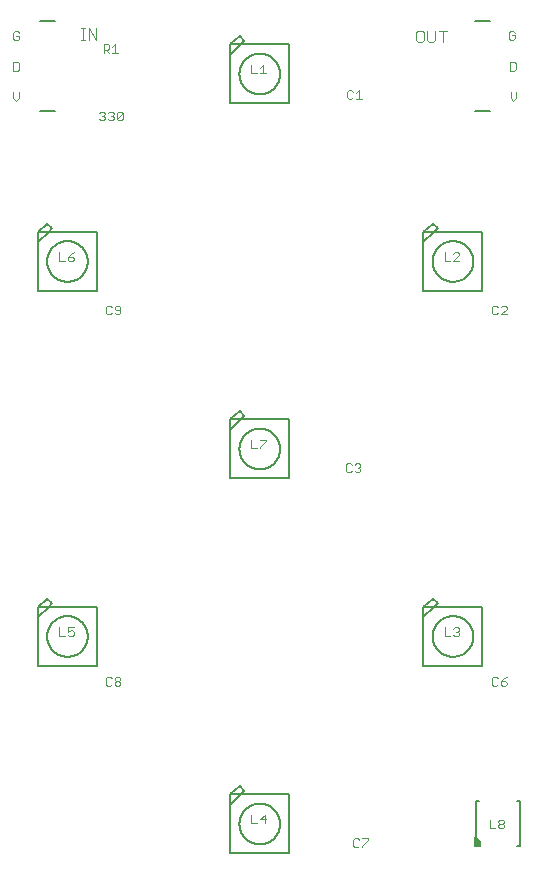
<source format=gto>
G75*
%MOIN*%
%OFA0B0*%
%FSLAX25Y25*%
%IPPOS*%
%LPD*%
%AMOC8*
5,1,8,0,0,1.08239X$1,22.5*
%
%ADD10C,0.00300*%
%ADD11C,0.00500*%
%ADD12C,0.00800*%
D10*
X0053851Y0092650D02*
X0053368Y0093134D01*
X0053368Y0095069D01*
X0053851Y0095552D01*
X0054819Y0095552D01*
X0055303Y0095069D01*
X0056314Y0095069D02*
X0056314Y0094585D01*
X0056798Y0094101D01*
X0057765Y0094101D01*
X0058249Y0093617D01*
X0058249Y0093134D01*
X0057765Y0092650D01*
X0056798Y0092650D01*
X0056314Y0093134D01*
X0056314Y0093617D01*
X0056798Y0094101D01*
X0057765Y0094101D02*
X0058249Y0094585D01*
X0058249Y0095069D01*
X0057765Y0095552D01*
X0056798Y0095552D01*
X0056314Y0095069D01*
X0055303Y0093134D02*
X0054819Y0092650D01*
X0053851Y0092650D01*
X0042201Y0109225D02*
X0041234Y0109225D01*
X0040750Y0109709D01*
X0040750Y0110676D02*
X0041717Y0111160D01*
X0042201Y0111160D01*
X0042685Y0110676D01*
X0042685Y0109709D01*
X0042201Y0109225D01*
X0040750Y0110676D02*
X0040750Y0112127D01*
X0042685Y0112127D01*
X0039738Y0109225D02*
X0037803Y0109225D01*
X0037803Y0112127D01*
X0101903Y0171725D02*
X0103838Y0171725D01*
X0104850Y0171725D02*
X0104850Y0172209D01*
X0106785Y0174144D01*
X0106785Y0174627D01*
X0104850Y0174627D01*
X0101903Y0174627D02*
X0101903Y0171725D01*
X0133368Y0166319D02*
X0133368Y0164384D01*
X0133851Y0163900D01*
X0134819Y0163900D01*
X0135303Y0164384D01*
X0136314Y0164384D02*
X0136798Y0163900D01*
X0137765Y0163900D01*
X0138249Y0164384D01*
X0138249Y0164867D01*
X0137765Y0165351D01*
X0137282Y0165351D01*
X0137765Y0165351D02*
X0138249Y0165835D01*
X0138249Y0166319D01*
X0137765Y0166802D01*
X0136798Y0166802D01*
X0136314Y0166319D01*
X0135303Y0166319D02*
X0134819Y0166802D01*
X0133851Y0166802D01*
X0133368Y0166319D01*
X0166303Y0112127D02*
X0166303Y0109225D01*
X0168238Y0109225D01*
X0169250Y0109709D02*
X0169734Y0109225D01*
X0170701Y0109225D01*
X0171185Y0109709D01*
X0171185Y0110192D01*
X0170701Y0110676D01*
X0170217Y0110676D01*
X0170701Y0110676D02*
X0171185Y0111160D01*
X0171185Y0111644D01*
X0170701Y0112127D01*
X0169734Y0112127D01*
X0169250Y0111644D01*
X0182601Y0095552D02*
X0182118Y0095069D01*
X0182118Y0093134D01*
X0182601Y0092650D01*
X0183569Y0092650D01*
X0184053Y0093134D01*
X0185064Y0093134D02*
X0185064Y0094101D01*
X0186515Y0094101D01*
X0186999Y0093617D01*
X0186999Y0093134D01*
X0186515Y0092650D01*
X0185548Y0092650D01*
X0185064Y0093134D01*
X0185064Y0094101D02*
X0186032Y0095069D01*
X0186999Y0095552D01*
X0184053Y0095069D02*
X0183569Y0095552D01*
X0182601Y0095552D01*
X0181294Y0048052D02*
X0181294Y0045150D01*
X0183229Y0045150D01*
X0184240Y0045634D02*
X0184240Y0046117D01*
X0184724Y0046601D01*
X0185691Y0046601D01*
X0186175Y0046117D01*
X0186175Y0045634D01*
X0185691Y0045150D01*
X0184724Y0045150D01*
X0184240Y0045634D01*
X0184724Y0046601D02*
X0184240Y0047085D01*
X0184240Y0047569D01*
X0184724Y0048052D01*
X0185691Y0048052D01*
X0186175Y0047569D01*
X0186175Y0047085D01*
X0185691Y0046601D01*
X0140749Y0041802D02*
X0140749Y0041319D01*
X0138814Y0039384D01*
X0138814Y0038900D01*
X0137803Y0039384D02*
X0137319Y0038900D01*
X0136351Y0038900D01*
X0135868Y0039384D01*
X0135868Y0041319D01*
X0136351Y0041802D01*
X0137319Y0041802D01*
X0137803Y0041319D01*
X0138814Y0041802D02*
X0140749Y0041802D01*
X0106785Y0048176D02*
X0104850Y0048176D01*
X0106301Y0049627D01*
X0106301Y0046725D01*
X0103838Y0046725D02*
X0101903Y0046725D01*
X0101903Y0049627D01*
X0057765Y0216400D02*
X0058249Y0216884D01*
X0058249Y0218819D01*
X0057765Y0219302D01*
X0056798Y0219302D01*
X0056314Y0218819D01*
X0056314Y0218335D01*
X0056798Y0217851D01*
X0058249Y0217851D01*
X0057765Y0216400D02*
X0056798Y0216400D01*
X0056314Y0216884D01*
X0055303Y0216884D02*
X0054819Y0216400D01*
X0053851Y0216400D01*
X0053368Y0216884D01*
X0053368Y0218819D01*
X0053851Y0219302D01*
X0054819Y0219302D01*
X0055303Y0218819D01*
X0042201Y0234225D02*
X0042685Y0234709D01*
X0042685Y0235192D01*
X0042201Y0235676D01*
X0040750Y0235676D01*
X0040750Y0234709D01*
X0041234Y0234225D01*
X0042201Y0234225D01*
X0040750Y0235676D02*
X0041717Y0236644D01*
X0042685Y0237127D01*
X0039738Y0234225D02*
X0037803Y0234225D01*
X0037803Y0237127D01*
X0051635Y0281121D02*
X0051151Y0281604D01*
X0051635Y0281121D02*
X0052602Y0281121D01*
X0053086Y0281604D01*
X0053086Y0282088D01*
X0052602Y0282572D01*
X0052118Y0282572D01*
X0052602Y0282572D02*
X0053086Y0283056D01*
X0053086Y0283539D01*
X0052602Y0284023D01*
X0051635Y0284023D01*
X0051151Y0283539D01*
X0054097Y0283539D02*
X0054581Y0284023D01*
X0055549Y0284023D01*
X0056032Y0283539D01*
X0056032Y0283056D01*
X0055549Y0282572D01*
X0056032Y0282088D01*
X0056032Y0281604D01*
X0055549Y0281121D01*
X0054581Y0281121D01*
X0054097Y0281604D01*
X0055065Y0282572D02*
X0055549Y0282572D01*
X0057044Y0283539D02*
X0057528Y0284023D01*
X0058495Y0284023D01*
X0058979Y0283539D01*
X0057044Y0281604D01*
X0057528Y0281121D01*
X0058495Y0281121D01*
X0058979Y0281604D01*
X0058979Y0283539D01*
X0057044Y0283539D02*
X0057044Y0281604D01*
X0057524Y0303721D02*
X0055589Y0303721D01*
X0056556Y0303721D02*
X0056556Y0306623D01*
X0055589Y0305656D01*
X0054577Y0306140D02*
X0054577Y0305172D01*
X0054094Y0304688D01*
X0052642Y0304688D01*
X0052642Y0303721D02*
X0052642Y0306623D01*
X0054094Y0306623D01*
X0054577Y0306140D01*
X0053610Y0304688D02*
X0054577Y0303721D01*
X0050230Y0307850D02*
X0050230Y0311753D01*
X0047628Y0311753D02*
X0047628Y0307850D01*
X0046351Y0307850D02*
X0045050Y0307850D01*
X0045701Y0307850D02*
X0045701Y0311753D01*
X0046351Y0311753D02*
X0045050Y0311753D01*
X0047628Y0311753D02*
X0050230Y0307850D01*
X0024538Y0308334D02*
X0024538Y0309301D01*
X0023571Y0309301D01*
X0024538Y0308334D02*
X0024055Y0307850D01*
X0023087Y0307850D01*
X0022603Y0308334D01*
X0022603Y0310269D01*
X0023087Y0310752D01*
X0024055Y0310752D01*
X0024538Y0310269D01*
X0023955Y0300602D02*
X0022503Y0300602D01*
X0022503Y0297700D01*
X0023955Y0297700D01*
X0024438Y0298184D01*
X0024438Y0300119D01*
X0023955Y0300602D01*
X0024488Y0290452D02*
X0024488Y0288517D01*
X0023521Y0287550D01*
X0022553Y0288517D01*
X0022553Y0290452D01*
X0101903Y0296725D02*
X0103838Y0296725D01*
X0104850Y0296725D02*
X0106785Y0296725D01*
X0105817Y0296725D02*
X0105817Y0299627D01*
X0104850Y0298660D01*
X0101903Y0299627D02*
X0101903Y0296725D01*
X0133818Y0290719D02*
X0133818Y0288784D01*
X0134301Y0288300D01*
X0135269Y0288300D01*
X0135753Y0288784D01*
X0136764Y0288300D02*
X0138699Y0288300D01*
X0137732Y0288300D02*
X0137732Y0291202D01*
X0136764Y0290235D01*
X0135753Y0290719D02*
X0135269Y0291202D01*
X0134301Y0291202D01*
X0133818Y0290719D01*
X0156698Y0307801D02*
X0157349Y0307150D01*
X0158650Y0307150D01*
X0159300Y0307801D01*
X0159300Y0310403D01*
X0158650Y0311053D01*
X0157349Y0311053D01*
X0156698Y0310403D01*
X0156698Y0307801D01*
X0160565Y0307801D02*
X0160565Y0311053D01*
X0160565Y0307801D02*
X0161216Y0307150D01*
X0162517Y0307150D01*
X0163168Y0307801D01*
X0163168Y0311053D01*
X0164433Y0311053D02*
X0167035Y0311053D01*
X0165734Y0311053D02*
X0165734Y0307150D01*
X0187700Y0308434D02*
X0188184Y0307950D01*
X0189151Y0307950D01*
X0189635Y0308434D01*
X0189635Y0309401D01*
X0188667Y0309401D01*
X0187700Y0308434D02*
X0187700Y0310369D01*
X0188184Y0310852D01*
X0189151Y0310852D01*
X0189635Y0310369D01*
X0189601Y0300602D02*
X0188150Y0300602D01*
X0188150Y0297700D01*
X0189601Y0297700D01*
X0190085Y0298184D01*
X0190085Y0300119D01*
X0189601Y0300602D01*
X0190235Y0290452D02*
X0190235Y0288517D01*
X0189267Y0287550D01*
X0188300Y0288517D01*
X0188300Y0290452D01*
X0170701Y0237127D02*
X0169734Y0237127D01*
X0169250Y0236644D01*
X0170701Y0237127D02*
X0171185Y0236644D01*
X0171185Y0236160D01*
X0169250Y0234225D01*
X0171185Y0234225D01*
X0168238Y0234225D02*
X0166303Y0234225D01*
X0166303Y0237127D01*
X0182601Y0219302D02*
X0182118Y0218819D01*
X0182118Y0216884D01*
X0182601Y0216400D01*
X0183569Y0216400D01*
X0184053Y0216884D01*
X0185064Y0216400D02*
X0186999Y0218335D01*
X0186999Y0218819D01*
X0186515Y0219302D01*
X0185548Y0219302D01*
X0185064Y0218819D01*
X0184053Y0218819D02*
X0183569Y0219302D01*
X0182601Y0219302D01*
X0185064Y0216400D02*
X0186999Y0216400D01*
D11*
X0178943Y0224257D02*
X0178943Y0243943D01*
X0162801Y0243943D01*
X0163982Y0245124D01*
X0162407Y0246698D01*
X0159257Y0243943D01*
X0162801Y0243943D01*
X0159257Y0240399D01*
X0159257Y0243943D01*
X0159257Y0240399D02*
X0159257Y0224257D01*
X0178943Y0224257D01*
X0162327Y0234100D02*
X0162329Y0234266D01*
X0162335Y0234432D01*
X0162345Y0234598D01*
X0162360Y0234764D01*
X0162378Y0234929D01*
X0162400Y0235094D01*
X0162427Y0235258D01*
X0162457Y0235421D01*
X0162492Y0235584D01*
X0162530Y0235746D01*
X0162572Y0235906D01*
X0162619Y0236066D01*
X0162669Y0236225D01*
X0162723Y0236382D01*
X0162781Y0236538D01*
X0162843Y0236692D01*
X0162908Y0236845D01*
X0162977Y0236996D01*
X0163050Y0237145D01*
X0163127Y0237293D01*
X0163207Y0237438D01*
X0163291Y0237582D01*
X0163378Y0237724D01*
X0163468Y0237863D01*
X0163562Y0238000D01*
X0163660Y0238135D01*
X0163761Y0238267D01*
X0163864Y0238397D01*
X0163971Y0238524D01*
X0164082Y0238648D01*
X0164195Y0238770D01*
X0164311Y0238889D01*
X0164430Y0239005D01*
X0164552Y0239118D01*
X0164676Y0239229D01*
X0164803Y0239336D01*
X0164933Y0239439D01*
X0165065Y0239540D01*
X0165200Y0239638D01*
X0165337Y0239732D01*
X0165476Y0239822D01*
X0165618Y0239909D01*
X0165762Y0239993D01*
X0165907Y0240073D01*
X0166055Y0240150D01*
X0166204Y0240223D01*
X0166355Y0240292D01*
X0166508Y0240357D01*
X0166662Y0240419D01*
X0166818Y0240477D01*
X0166975Y0240531D01*
X0167134Y0240581D01*
X0167294Y0240628D01*
X0167454Y0240670D01*
X0167616Y0240708D01*
X0167779Y0240743D01*
X0167942Y0240773D01*
X0168106Y0240800D01*
X0168271Y0240822D01*
X0168436Y0240840D01*
X0168602Y0240855D01*
X0168768Y0240865D01*
X0168934Y0240871D01*
X0169100Y0240873D01*
X0169266Y0240871D01*
X0169432Y0240865D01*
X0169598Y0240855D01*
X0169764Y0240840D01*
X0169929Y0240822D01*
X0170094Y0240800D01*
X0170258Y0240773D01*
X0170421Y0240743D01*
X0170584Y0240708D01*
X0170746Y0240670D01*
X0170906Y0240628D01*
X0171066Y0240581D01*
X0171225Y0240531D01*
X0171382Y0240477D01*
X0171538Y0240419D01*
X0171692Y0240357D01*
X0171845Y0240292D01*
X0171996Y0240223D01*
X0172145Y0240150D01*
X0172293Y0240073D01*
X0172438Y0239993D01*
X0172582Y0239909D01*
X0172724Y0239822D01*
X0172863Y0239732D01*
X0173000Y0239638D01*
X0173135Y0239540D01*
X0173267Y0239439D01*
X0173397Y0239336D01*
X0173524Y0239229D01*
X0173648Y0239118D01*
X0173770Y0239005D01*
X0173889Y0238889D01*
X0174005Y0238770D01*
X0174118Y0238648D01*
X0174229Y0238524D01*
X0174336Y0238397D01*
X0174439Y0238267D01*
X0174540Y0238135D01*
X0174638Y0238000D01*
X0174732Y0237863D01*
X0174822Y0237724D01*
X0174909Y0237582D01*
X0174993Y0237438D01*
X0175073Y0237293D01*
X0175150Y0237145D01*
X0175223Y0236996D01*
X0175292Y0236845D01*
X0175357Y0236692D01*
X0175419Y0236538D01*
X0175477Y0236382D01*
X0175531Y0236225D01*
X0175581Y0236066D01*
X0175628Y0235906D01*
X0175670Y0235746D01*
X0175708Y0235584D01*
X0175743Y0235421D01*
X0175773Y0235258D01*
X0175800Y0235094D01*
X0175822Y0234929D01*
X0175840Y0234764D01*
X0175855Y0234598D01*
X0175865Y0234432D01*
X0175871Y0234266D01*
X0175873Y0234100D01*
X0175871Y0233934D01*
X0175865Y0233768D01*
X0175855Y0233602D01*
X0175840Y0233436D01*
X0175822Y0233271D01*
X0175800Y0233106D01*
X0175773Y0232942D01*
X0175743Y0232779D01*
X0175708Y0232616D01*
X0175670Y0232454D01*
X0175628Y0232294D01*
X0175581Y0232134D01*
X0175531Y0231975D01*
X0175477Y0231818D01*
X0175419Y0231662D01*
X0175357Y0231508D01*
X0175292Y0231355D01*
X0175223Y0231204D01*
X0175150Y0231055D01*
X0175073Y0230907D01*
X0174993Y0230762D01*
X0174909Y0230618D01*
X0174822Y0230476D01*
X0174732Y0230337D01*
X0174638Y0230200D01*
X0174540Y0230065D01*
X0174439Y0229933D01*
X0174336Y0229803D01*
X0174229Y0229676D01*
X0174118Y0229552D01*
X0174005Y0229430D01*
X0173889Y0229311D01*
X0173770Y0229195D01*
X0173648Y0229082D01*
X0173524Y0228971D01*
X0173397Y0228864D01*
X0173267Y0228761D01*
X0173135Y0228660D01*
X0173000Y0228562D01*
X0172863Y0228468D01*
X0172724Y0228378D01*
X0172582Y0228291D01*
X0172438Y0228207D01*
X0172293Y0228127D01*
X0172145Y0228050D01*
X0171996Y0227977D01*
X0171845Y0227908D01*
X0171692Y0227843D01*
X0171538Y0227781D01*
X0171382Y0227723D01*
X0171225Y0227669D01*
X0171066Y0227619D01*
X0170906Y0227572D01*
X0170746Y0227530D01*
X0170584Y0227492D01*
X0170421Y0227457D01*
X0170258Y0227427D01*
X0170094Y0227400D01*
X0169929Y0227378D01*
X0169764Y0227360D01*
X0169598Y0227345D01*
X0169432Y0227335D01*
X0169266Y0227329D01*
X0169100Y0227327D01*
X0168934Y0227329D01*
X0168768Y0227335D01*
X0168602Y0227345D01*
X0168436Y0227360D01*
X0168271Y0227378D01*
X0168106Y0227400D01*
X0167942Y0227427D01*
X0167779Y0227457D01*
X0167616Y0227492D01*
X0167454Y0227530D01*
X0167294Y0227572D01*
X0167134Y0227619D01*
X0166975Y0227669D01*
X0166818Y0227723D01*
X0166662Y0227781D01*
X0166508Y0227843D01*
X0166355Y0227908D01*
X0166204Y0227977D01*
X0166055Y0228050D01*
X0165907Y0228127D01*
X0165762Y0228207D01*
X0165618Y0228291D01*
X0165476Y0228378D01*
X0165337Y0228468D01*
X0165200Y0228562D01*
X0165065Y0228660D01*
X0164933Y0228761D01*
X0164803Y0228864D01*
X0164676Y0228971D01*
X0164552Y0229082D01*
X0164430Y0229195D01*
X0164311Y0229311D01*
X0164195Y0229430D01*
X0164082Y0229552D01*
X0163971Y0229676D01*
X0163864Y0229803D01*
X0163761Y0229933D01*
X0163660Y0230065D01*
X0163562Y0230200D01*
X0163468Y0230337D01*
X0163378Y0230476D01*
X0163291Y0230618D01*
X0163207Y0230762D01*
X0163127Y0230907D01*
X0163050Y0231055D01*
X0162977Y0231204D01*
X0162908Y0231355D01*
X0162843Y0231508D01*
X0162781Y0231662D01*
X0162723Y0231818D01*
X0162669Y0231975D01*
X0162619Y0232134D01*
X0162572Y0232294D01*
X0162530Y0232454D01*
X0162492Y0232616D01*
X0162457Y0232779D01*
X0162427Y0232942D01*
X0162400Y0233106D01*
X0162378Y0233271D01*
X0162360Y0233436D01*
X0162345Y0233602D01*
X0162335Y0233768D01*
X0162329Y0233934D01*
X0162327Y0234100D01*
X0114543Y0181443D02*
X0114543Y0161757D01*
X0094857Y0161757D01*
X0094857Y0177899D01*
X0098401Y0181443D01*
X0099582Y0182624D01*
X0098007Y0184198D01*
X0094857Y0181443D01*
X0098401Y0181443D01*
X0114543Y0181443D01*
X0097927Y0171600D02*
X0097929Y0171766D01*
X0097935Y0171932D01*
X0097945Y0172098D01*
X0097960Y0172264D01*
X0097978Y0172429D01*
X0098000Y0172594D01*
X0098027Y0172758D01*
X0098057Y0172921D01*
X0098092Y0173084D01*
X0098130Y0173246D01*
X0098172Y0173406D01*
X0098219Y0173566D01*
X0098269Y0173725D01*
X0098323Y0173882D01*
X0098381Y0174038D01*
X0098443Y0174192D01*
X0098508Y0174345D01*
X0098577Y0174496D01*
X0098650Y0174645D01*
X0098727Y0174793D01*
X0098807Y0174938D01*
X0098891Y0175082D01*
X0098978Y0175224D01*
X0099068Y0175363D01*
X0099162Y0175500D01*
X0099260Y0175635D01*
X0099361Y0175767D01*
X0099464Y0175897D01*
X0099571Y0176024D01*
X0099682Y0176148D01*
X0099795Y0176270D01*
X0099911Y0176389D01*
X0100030Y0176505D01*
X0100152Y0176618D01*
X0100276Y0176729D01*
X0100403Y0176836D01*
X0100533Y0176939D01*
X0100665Y0177040D01*
X0100800Y0177138D01*
X0100937Y0177232D01*
X0101076Y0177322D01*
X0101218Y0177409D01*
X0101362Y0177493D01*
X0101507Y0177573D01*
X0101655Y0177650D01*
X0101804Y0177723D01*
X0101955Y0177792D01*
X0102108Y0177857D01*
X0102262Y0177919D01*
X0102418Y0177977D01*
X0102575Y0178031D01*
X0102734Y0178081D01*
X0102894Y0178128D01*
X0103054Y0178170D01*
X0103216Y0178208D01*
X0103379Y0178243D01*
X0103542Y0178273D01*
X0103706Y0178300D01*
X0103871Y0178322D01*
X0104036Y0178340D01*
X0104202Y0178355D01*
X0104368Y0178365D01*
X0104534Y0178371D01*
X0104700Y0178373D01*
X0104866Y0178371D01*
X0105032Y0178365D01*
X0105198Y0178355D01*
X0105364Y0178340D01*
X0105529Y0178322D01*
X0105694Y0178300D01*
X0105858Y0178273D01*
X0106021Y0178243D01*
X0106184Y0178208D01*
X0106346Y0178170D01*
X0106506Y0178128D01*
X0106666Y0178081D01*
X0106825Y0178031D01*
X0106982Y0177977D01*
X0107138Y0177919D01*
X0107292Y0177857D01*
X0107445Y0177792D01*
X0107596Y0177723D01*
X0107745Y0177650D01*
X0107893Y0177573D01*
X0108038Y0177493D01*
X0108182Y0177409D01*
X0108324Y0177322D01*
X0108463Y0177232D01*
X0108600Y0177138D01*
X0108735Y0177040D01*
X0108867Y0176939D01*
X0108997Y0176836D01*
X0109124Y0176729D01*
X0109248Y0176618D01*
X0109370Y0176505D01*
X0109489Y0176389D01*
X0109605Y0176270D01*
X0109718Y0176148D01*
X0109829Y0176024D01*
X0109936Y0175897D01*
X0110039Y0175767D01*
X0110140Y0175635D01*
X0110238Y0175500D01*
X0110332Y0175363D01*
X0110422Y0175224D01*
X0110509Y0175082D01*
X0110593Y0174938D01*
X0110673Y0174793D01*
X0110750Y0174645D01*
X0110823Y0174496D01*
X0110892Y0174345D01*
X0110957Y0174192D01*
X0111019Y0174038D01*
X0111077Y0173882D01*
X0111131Y0173725D01*
X0111181Y0173566D01*
X0111228Y0173406D01*
X0111270Y0173246D01*
X0111308Y0173084D01*
X0111343Y0172921D01*
X0111373Y0172758D01*
X0111400Y0172594D01*
X0111422Y0172429D01*
X0111440Y0172264D01*
X0111455Y0172098D01*
X0111465Y0171932D01*
X0111471Y0171766D01*
X0111473Y0171600D01*
X0111471Y0171434D01*
X0111465Y0171268D01*
X0111455Y0171102D01*
X0111440Y0170936D01*
X0111422Y0170771D01*
X0111400Y0170606D01*
X0111373Y0170442D01*
X0111343Y0170279D01*
X0111308Y0170116D01*
X0111270Y0169954D01*
X0111228Y0169794D01*
X0111181Y0169634D01*
X0111131Y0169475D01*
X0111077Y0169318D01*
X0111019Y0169162D01*
X0110957Y0169008D01*
X0110892Y0168855D01*
X0110823Y0168704D01*
X0110750Y0168555D01*
X0110673Y0168407D01*
X0110593Y0168262D01*
X0110509Y0168118D01*
X0110422Y0167976D01*
X0110332Y0167837D01*
X0110238Y0167700D01*
X0110140Y0167565D01*
X0110039Y0167433D01*
X0109936Y0167303D01*
X0109829Y0167176D01*
X0109718Y0167052D01*
X0109605Y0166930D01*
X0109489Y0166811D01*
X0109370Y0166695D01*
X0109248Y0166582D01*
X0109124Y0166471D01*
X0108997Y0166364D01*
X0108867Y0166261D01*
X0108735Y0166160D01*
X0108600Y0166062D01*
X0108463Y0165968D01*
X0108324Y0165878D01*
X0108182Y0165791D01*
X0108038Y0165707D01*
X0107893Y0165627D01*
X0107745Y0165550D01*
X0107596Y0165477D01*
X0107445Y0165408D01*
X0107292Y0165343D01*
X0107138Y0165281D01*
X0106982Y0165223D01*
X0106825Y0165169D01*
X0106666Y0165119D01*
X0106506Y0165072D01*
X0106346Y0165030D01*
X0106184Y0164992D01*
X0106021Y0164957D01*
X0105858Y0164927D01*
X0105694Y0164900D01*
X0105529Y0164878D01*
X0105364Y0164860D01*
X0105198Y0164845D01*
X0105032Y0164835D01*
X0104866Y0164829D01*
X0104700Y0164827D01*
X0104534Y0164829D01*
X0104368Y0164835D01*
X0104202Y0164845D01*
X0104036Y0164860D01*
X0103871Y0164878D01*
X0103706Y0164900D01*
X0103542Y0164927D01*
X0103379Y0164957D01*
X0103216Y0164992D01*
X0103054Y0165030D01*
X0102894Y0165072D01*
X0102734Y0165119D01*
X0102575Y0165169D01*
X0102418Y0165223D01*
X0102262Y0165281D01*
X0102108Y0165343D01*
X0101955Y0165408D01*
X0101804Y0165477D01*
X0101655Y0165550D01*
X0101507Y0165627D01*
X0101362Y0165707D01*
X0101218Y0165791D01*
X0101076Y0165878D01*
X0100937Y0165968D01*
X0100800Y0166062D01*
X0100665Y0166160D01*
X0100533Y0166261D01*
X0100403Y0166364D01*
X0100276Y0166471D01*
X0100152Y0166582D01*
X0100030Y0166695D01*
X0099911Y0166811D01*
X0099795Y0166930D01*
X0099682Y0167052D01*
X0099571Y0167176D01*
X0099464Y0167303D01*
X0099361Y0167433D01*
X0099260Y0167565D01*
X0099162Y0167700D01*
X0099068Y0167837D01*
X0098978Y0167976D01*
X0098891Y0168118D01*
X0098807Y0168262D01*
X0098727Y0168407D01*
X0098650Y0168555D01*
X0098577Y0168704D01*
X0098508Y0168855D01*
X0098443Y0169008D01*
X0098381Y0169162D01*
X0098323Y0169318D01*
X0098269Y0169475D01*
X0098219Y0169634D01*
X0098172Y0169794D01*
X0098130Y0169954D01*
X0098092Y0170116D01*
X0098057Y0170279D01*
X0098027Y0170442D01*
X0098000Y0170606D01*
X0097978Y0170771D01*
X0097960Y0170936D01*
X0097945Y0171102D01*
X0097935Y0171268D01*
X0097929Y0171434D01*
X0097927Y0171600D01*
X0094857Y0177899D02*
X0094857Y0181443D01*
X0050443Y0224257D02*
X0050443Y0243943D01*
X0034301Y0243943D01*
X0035482Y0245124D01*
X0033907Y0246698D01*
X0030757Y0243943D01*
X0034301Y0243943D01*
X0030757Y0240399D01*
X0030757Y0243943D01*
X0030757Y0240399D02*
X0030757Y0224257D01*
X0050443Y0224257D01*
X0033827Y0234100D02*
X0033829Y0234266D01*
X0033835Y0234432D01*
X0033845Y0234598D01*
X0033860Y0234764D01*
X0033878Y0234929D01*
X0033900Y0235094D01*
X0033927Y0235258D01*
X0033957Y0235421D01*
X0033992Y0235584D01*
X0034030Y0235746D01*
X0034072Y0235906D01*
X0034119Y0236066D01*
X0034169Y0236225D01*
X0034223Y0236382D01*
X0034281Y0236538D01*
X0034343Y0236692D01*
X0034408Y0236845D01*
X0034477Y0236996D01*
X0034550Y0237145D01*
X0034627Y0237293D01*
X0034707Y0237438D01*
X0034791Y0237582D01*
X0034878Y0237724D01*
X0034968Y0237863D01*
X0035062Y0238000D01*
X0035160Y0238135D01*
X0035261Y0238267D01*
X0035364Y0238397D01*
X0035471Y0238524D01*
X0035582Y0238648D01*
X0035695Y0238770D01*
X0035811Y0238889D01*
X0035930Y0239005D01*
X0036052Y0239118D01*
X0036176Y0239229D01*
X0036303Y0239336D01*
X0036433Y0239439D01*
X0036565Y0239540D01*
X0036700Y0239638D01*
X0036837Y0239732D01*
X0036976Y0239822D01*
X0037118Y0239909D01*
X0037262Y0239993D01*
X0037407Y0240073D01*
X0037555Y0240150D01*
X0037704Y0240223D01*
X0037855Y0240292D01*
X0038008Y0240357D01*
X0038162Y0240419D01*
X0038318Y0240477D01*
X0038475Y0240531D01*
X0038634Y0240581D01*
X0038794Y0240628D01*
X0038954Y0240670D01*
X0039116Y0240708D01*
X0039279Y0240743D01*
X0039442Y0240773D01*
X0039606Y0240800D01*
X0039771Y0240822D01*
X0039936Y0240840D01*
X0040102Y0240855D01*
X0040268Y0240865D01*
X0040434Y0240871D01*
X0040600Y0240873D01*
X0040766Y0240871D01*
X0040932Y0240865D01*
X0041098Y0240855D01*
X0041264Y0240840D01*
X0041429Y0240822D01*
X0041594Y0240800D01*
X0041758Y0240773D01*
X0041921Y0240743D01*
X0042084Y0240708D01*
X0042246Y0240670D01*
X0042406Y0240628D01*
X0042566Y0240581D01*
X0042725Y0240531D01*
X0042882Y0240477D01*
X0043038Y0240419D01*
X0043192Y0240357D01*
X0043345Y0240292D01*
X0043496Y0240223D01*
X0043645Y0240150D01*
X0043793Y0240073D01*
X0043938Y0239993D01*
X0044082Y0239909D01*
X0044224Y0239822D01*
X0044363Y0239732D01*
X0044500Y0239638D01*
X0044635Y0239540D01*
X0044767Y0239439D01*
X0044897Y0239336D01*
X0045024Y0239229D01*
X0045148Y0239118D01*
X0045270Y0239005D01*
X0045389Y0238889D01*
X0045505Y0238770D01*
X0045618Y0238648D01*
X0045729Y0238524D01*
X0045836Y0238397D01*
X0045939Y0238267D01*
X0046040Y0238135D01*
X0046138Y0238000D01*
X0046232Y0237863D01*
X0046322Y0237724D01*
X0046409Y0237582D01*
X0046493Y0237438D01*
X0046573Y0237293D01*
X0046650Y0237145D01*
X0046723Y0236996D01*
X0046792Y0236845D01*
X0046857Y0236692D01*
X0046919Y0236538D01*
X0046977Y0236382D01*
X0047031Y0236225D01*
X0047081Y0236066D01*
X0047128Y0235906D01*
X0047170Y0235746D01*
X0047208Y0235584D01*
X0047243Y0235421D01*
X0047273Y0235258D01*
X0047300Y0235094D01*
X0047322Y0234929D01*
X0047340Y0234764D01*
X0047355Y0234598D01*
X0047365Y0234432D01*
X0047371Y0234266D01*
X0047373Y0234100D01*
X0047371Y0233934D01*
X0047365Y0233768D01*
X0047355Y0233602D01*
X0047340Y0233436D01*
X0047322Y0233271D01*
X0047300Y0233106D01*
X0047273Y0232942D01*
X0047243Y0232779D01*
X0047208Y0232616D01*
X0047170Y0232454D01*
X0047128Y0232294D01*
X0047081Y0232134D01*
X0047031Y0231975D01*
X0046977Y0231818D01*
X0046919Y0231662D01*
X0046857Y0231508D01*
X0046792Y0231355D01*
X0046723Y0231204D01*
X0046650Y0231055D01*
X0046573Y0230907D01*
X0046493Y0230762D01*
X0046409Y0230618D01*
X0046322Y0230476D01*
X0046232Y0230337D01*
X0046138Y0230200D01*
X0046040Y0230065D01*
X0045939Y0229933D01*
X0045836Y0229803D01*
X0045729Y0229676D01*
X0045618Y0229552D01*
X0045505Y0229430D01*
X0045389Y0229311D01*
X0045270Y0229195D01*
X0045148Y0229082D01*
X0045024Y0228971D01*
X0044897Y0228864D01*
X0044767Y0228761D01*
X0044635Y0228660D01*
X0044500Y0228562D01*
X0044363Y0228468D01*
X0044224Y0228378D01*
X0044082Y0228291D01*
X0043938Y0228207D01*
X0043793Y0228127D01*
X0043645Y0228050D01*
X0043496Y0227977D01*
X0043345Y0227908D01*
X0043192Y0227843D01*
X0043038Y0227781D01*
X0042882Y0227723D01*
X0042725Y0227669D01*
X0042566Y0227619D01*
X0042406Y0227572D01*
X0042246Y0227530D01*
X0042084Y0227492D01*
X0041921Y0227457D01*
X0041758Y0227427D01*
X0041594Y0227400D01*
X0041429Y0227378D01*
X0041264Y0227360D01*
X0041098Y0227345D01*
X0040932Y0227335D01*
X0040766Y0227329D01*
X0040600Y0227327D01*
X0040434Y0227329D01*
X0040268Y0227335D01*
X0040102Y0227345D01*
X0039936Y0227360D01*
X0039771Y0227378D01*
X0039606Y0227400D01*
X0039442Y0227427D01*
X0039279Y0227457D01*
X0039116Y0227492D01*
X0038954Y0227530D01*
X0038794Y0227572D01*
X0038634Y0227619D01*
X0038475Y0227669D01*
X0038318Y0227723D01*
X0038162Y0227781D01*
X0038008Y0227843D01*
X0037855Y0227908D01*
X0037704Y0227977D01*
X0037555Y0228050D01*
X0037407Y0228127D01*
X0037262Y0228207D01*
X0037118Y0228291D01*
X0036976Y0228378D01*
X0036837Y0228468D01*
X0036700Y0228562D01*
X0036565Y0228660D01*
X0036433Y0228761D01*
X0036303Y0228864D01*
X0036176Y0228971D01*
X0036052Y0229082D01*
X0035930Y0229195D01*
X0035811Y0229311D01*
X0035695Y0229430D01*
X0035582Y0229552D01*
X0035471Y0229676D01*
X0035364Y0229803D01*
X0035261Y0229933D01*
X0035160Y0230065D01*
X0035062Y0230200D01*
X0034968Y0230337D01*
X0034878Y0230476D01*
X0034791Y0230618D01*
X0034707Y0230762D01*
X0034627Y0230907D01*
X0034550Y0231055D01*
X0034477Y0231204D01*
X0034408Y0231355D01*
X0034343Y0231508D01*
X0034281Y0231662D01*
X0034223Y0231818D01*
X0034169Y0231975D01*
X0034119Y0232134D01*
X0034072Y0232294D01*
X0034030Y0232454D01*
X0033992Y0232616D01*
X0033957Y0232779D01*
X0033927Y0232942D01*
X0033900Y0233106D01*
X0033878Y0233271D01*
X0033860Y0233436D01*
X0033845Y0233602D01*
X0033835Y0233768D01*
X0033829Y0233934D01*
X0033827Y0234100D01*
X0094857Y0286757D02*
X0094857Y0302899D01*
X0098401Y0306443D01*
X0099582Y0307624D01*
X0098007Y0309198D01*
X0094857Y0306443D01*
X0098401Y0306443D01*
X0114543Y0306443D01*
X0114543Y0286757D01*
X0094857Y0286757D01*
X0097927Y0296600D02*
X0097929Y0296766D01*
X0097935Y0296932D01*
X0097945Y0297098D01*
X0097960Y0297264D01*
X0097978Y0297429D01*
X0098000Y0297594D01*
X0098027Y0297758D01*
X0098057Y0297921D01*
X0098092Y0298084D01*
X0098130Y0298246D01*
X0098172Y0298406D01*
X0098219Y0298566D01*
X0098269Y0298725D01*
X0098323Y0298882D01*
X0098381Y0299038D01*
X0098443Y0299192D01*
X0098508Y0299345D01*
X0098577Y0299496D01*
X0098650Y0299645D01*
X0098727Y0299793D01*
X0098807Y0299938D01*
X0098891Y0300082D01*
X0098978Y0300224D01*
X0099068Y0300363D01*
X0099162Y0300500D01*
X0099260Y0300635D01*
X0099361Y0300767D01*
X0099464Y0300897D01*
X0099571Y0301024D01*
X0099682Y0301148D01*
X0099795Y0301270D01*
X0099911Y0301389D01*
X0100030Y0301505D01*
X0100152Y0301618D01*
X0100276Y0301729D01*
X0100403Y0301836D01*
X0100533Y0301939D01*
X0100665Y0302040D01*
X0100800Y0302138D01*
X0100937Y0302232D01*
X0101076Y0302322D01*
X0101218Y0302409D01*
X0101362Y0302493D01*
X0101507Y0302573D01*
X0101655Y0302650D01*
X0101804Y0302723D01*
X0101955Y0302792D01*
X0102108Y0302857D01*
X0102262Y0302919D01*
X0102418Y0302977D01*
X0102575Y0303031D01*
X0102734Y0303081D01*
X0102894Y0303128D01*
X0103054Y0303170D01*
X0103216Y0303208D01*
X0103379Y0303243D01*
X0103542Y0303273D01*
X0103706Y0303300D01*
X0103871Y0303322D01*
X0104036Y0303340D01*
X0104202Y0303355D01*
X0104368Y0303365D01*
X0104534Y0303371D01*
X0104700Y0303373D01*
X0104866Y0303371D01*
X0105032Y0303365D01*
X0105198Y0303355D01*
X0105364Y0303340D01*
X0105529Y0303322D01*
X0105694Y0303300D01*
X0105858Y0303273D01*
X0106021Y0303243D01*
X0106184Y0303208D01*
X0106346Y0303170D01*
X0106506Y0303128D01*
X0106666Y0303081D01*
X0106825Y0303031D01*
X0106982Y0302977D01*
X0107138Y0302919D01*
X0107292Y0302857D01*
X0107445Y0302792D01*
X0107596Y0302723D01*
X0107745Y0302650D01*
X0107893Y0302573D01*
X0108038Y0302493D01*
X0108182Y0302409D01*
X0108324Y0302322D01*
X0108463Y0302232D01*
X0108600Y0302138D01*
X0108735Y0302040D01*
X0108867Y0301939D01*
X0108997Y0301836D01*
X0109124Y0301729D01*
X0109248Y0301618D01*
X0109370Y0301505D01*
X0109489Y0301389D01*
X0109605Y0301270D01*
X0109718Y0301148D01*
X0109829Y0301024D01*
X0109936Y0300897D01*
X0110039Y0300767D01*
X0110140Y0300635D01*
X0110238Y0300500D01*
X0110332Y0300363D01*
X0110422Y0300224D01*
X0110509Y0300082D01*
X0110593Y0299938D01*
X0110673Y0299793D01*
X0110750Y0299645D01*
X0110823Y0299496D01*
X0110892Y0299345D01*
X0110957Y0299192D01*
X0111019Y0299038D01*
X0111077Y0298882D01*
X0111131Y0298725D01*
X0111181Y0298566D01*
X0111228Y0298406D01*
X0111270Y0298246D01*
X0111308Y0298084D01*
X0111343Y0297921D01*
X0111373Y0297758D01*
X0111400Y0297594D01*
X0111422Y0297429D01*
X0111440Y0297264D01*
X0111455Y0297098D01*
X0111465Y0296932D01*
X0111471Y0296766D01*
X0111473Y0296600D01*
X0111471Y0296434D01*
X0111465Y0296268D01*
X0111455Y0296102D01*
X0111440Y0295936D01*
X0111422Y0295771D01*
X0111400Y0295606D01*
X0111373Y0295442D01*
X0111343Y0295279D01*
X0111308Y0295116D01*
X0111270Y0294954D01*
X0111228Y0294794D01*
X0111181Y0294634D01*
X0111131Y0294475D01*
X0111077Y0294318D01*
X0111019Y0294162D01*
X0110957Y0294008D01*
X0110892Y0293855D01*
X0110823Y0293704D01*
X0110750Y0293555D01*
X0110673Y0293407D01*
X0110593Y0293262D01*
X0110509Y0293118D01*
X0110422Y0292976D01*
X0110332Y0292837D01*
X0110238Y0292700D01*
X0110140Y0292565D01*
X0110039Y0292433D01*
X0109936Y0292303D01*
X0109829Y0292176D01*
X0109718Y0292052D01*
X0109605Y0291930D01*
X0109489Y0291811D01*
X0109370Y0291695D01*
X0109248Y0291582D01*
X0109124Y0291471D01*
X0108997Y0291364D01*
X0108867Y0291261D01*
X0108735Y0291160D01*
X0108600Y0291062D01*
X0108463Y0290968D01*
X0108324Y0290878D01*
X0108182Y0290791D01*
X0108038Y0290707D01*
X0107893Y0290627D01*
X0107745Y0290550D01*
X0107596Y0290477D01*
X0107445Y0290408D01*
X0107292Y0290343D01*
X0107138Y0290281D01*
X0106982Y0290223D01*
X0106825Y0290169D01*
X0106666Y0290119D01*
X0106506Y0290072D01*
X0106346Y0290030D01*
X0106184Y0289992D01*
X0106021Y0289957D01*
X0105858Y0289927D01*
X0105694Y0289900D01*
X0105529Y0289878D01*
X0105364Y0289860D01*
X0105198Y0289845D01*
X0105032Y0289835D01*
X0104866Y0289829D01*
X0104700Y0289827D01*
X0104534Y0289829D01*
X0104368Y0289835D01*
X0104202Y0289845D01*
X0104036Y0289860D01*
X0103871Y0289878D01*
X0103706Y0289900D01*
X0103542Y0289927D01*
X0103379Y0289957D01*
X0103216Y0289992D01*
X0103054Y0290030D01*
X0102894Y0290072D01*
X0102734Y0290119D01*
X0102575Y0290169D01*
X0102418Y0290223D01*
X0102262Y0290281D01*
X0102108Y0290343D01*
X0101955Y0290408D01*
X0101804Y0290477D01*
X0101655Y0290550D01*
X0101507Y0290627D01*
X0101362Y0290707D01*
X0101218Y0290791D01*
X0101076Y0290878D01*
X0100937Y0290968D01*
X0100800Y0291062D01*
X0100665Y0291160D01*
X0100533Y0291261D01*
X0100403Y0291364D01*
X0100276Y0291471D01*
X0100152Y0291582D01*
X0100030Y0291695D01*
X0099911Y0291811D01*
X0099795Y0291930D01*
X0099682Y0292052D01*
X0099571Y0292176D01*
X0099464Y0292303D01*
X0099361Y0292433D01*
X0099260Y0292565D01*
X0099162Y0292700D01*
X0099068Y0292837D01*
X0098978Y0292976D01*
X0098891Y0293118D01*
X0098807Y0293262D01*
X0098727Y0293407D01*
X0098650Y0293555D01*
X0098577Y0293704D01*
X0098508Y0293855D01*
X0098443Y0294008D01*
X0098381Y0294162D01*
X0098323Y0294318D01*
X0098269Y0294475D01*
X0098219Y0294634D01*
X0098172Y0294794D01*
X0098130Y0294954D01*
X0098092Y0295116D01*
X0098057Y0295279D01*
X0098027Y0295442D01*
X0098000Y0295606D01*
X0097978Y0295771D01*
X0097960Y0295936D01*
X0097945Y0296102D01*
X0097935Y0296268D01*
X0097929Y0296434D01*
X0097927Y0296600D01*
X0094857Y0302899D02*
X0094857Y0306443D01*
X0033907Y0121698D02*
X0030757Y0118943D01*
X0034301Y0118943D01*
X0035482Y0120124D01*
X0033907Y0121698D01*
X0034301Y0118943D02*
X0030757Y0115399D01*
X0030757Y0118943D01*
X0030757Y0115399D02*
X0030757Y0099257D01*
X0050443Y0099257D01*
X0050443Y0118943D01*
X0034301Y0118943D01*
X0033827Y0109100D02*
X0033829Y0109266D01*
X0033835Y0109432D01*
X0033845Y0109598D01*
X0033860Y0109764D01*
X0033878Y0109929D01*
X0033900Y0110094D01*
X0033927Y0110258D01*
X0033957Y0110421D01*
X0033992Y0110584D01*
X0034030Y0110746D01*
X0034072Y0110906D01*
X0034119Y0111066D01*
X0034169Y0111225D01*
X0034223Y0111382D01*
X0034281Y0111538D01*
X0034343Y0111692D01*
X0034408Y0111845D01*
X0034477Y0111996D01*
X0034550Y0112145D01*
X0034627Y0112293D01*
X0034707Y0112438D01*
X0034791Y0112582D01*
X0034878Y0112724D01*
X0034968Y0112863D01*
X0035062Y0113000D01*
X0035160Y0113135D01*
X0035261Y0113267D01*
X0035364Y0113397D01*
X0035471Y0113524D01*
X0035582Y0113648D01*
X0035695Y0113770D01*
X0035811Y0113889D01*
X0035930Y0114005D01*
X0036052Y0114118D01*
X0036176Y0114229D01*
X0036303Y0114336D01*
X0036433Y0114439D01*
X0036565Y0114540D01*
X0036700Y0114638D01*
X0036837Y0114732D01*
X0036976Y0114822D01*
X0037118Y0114909D01*
X0037262Y0114993D01*
X0037407Y0115073D01*
X0037555Y0115150D01*
X0037704Y0115223D01*
X0037855Y0115292D01*
X0038008Y0115357D01*
X0038162Y0115419D01*
X0038318Y0115477D01*
X0038475Y0115531D01*
X0038634Y0115581D01*
X0038794Y0115628D01*
X0038954Y0115670D01*
X0039116Y0115708D01*
X0039279Y0115743D01*
X0039442Y0115773D01*
X0039606Y0115800D01*
X0039771Y0115822D01*
X0039936Y0115840D01*
X0040102Y0115855D01*
X0040268Y0115865D01*
X0040434Y0115871D01*
X0040600Y0115873D01*
X0040766Y0115871D01*
X0040932Y0115865D01*
X0041098Y0115855D01*
X0041264Y0115840D01*
X0041429Y0115822D01*
X0041594Y0115800D01*
X0041758Y0115773D01*
X0041921Y0115743D01*
X0042084Y0115708D01*
X0042246Y0115670D01*
X0042406Y0115628D01*
X0042566Y0115581D01*
X0042725Y0115531D01*
X0042882Y0115477D01*
X0043038Y0115419D01*
X0043192Y0115357D01*
X0043345Y0115292D01*
X0043496Y0115223D01*
X0043645Y0115150D01*
X0043793Y0115073D01*
X0043938Y0114993D01*
X0044082Y0114909D01*
X0044224Y0114822D01*
X0044363Y0114732D01*
X0044500Y0114638D01*
X0044635Y0114540D01*
X0044767Y0114439D01*
X0044897Y0114336D01*
X0045024Y0114229D01*
X0045148Y0114118D01*
X0045270Y0114005D01*
X0045389Y0113889D01*
X0045505Y0113770D01*
X0045618Y0113648D01*
X0045729Y0113524D01*
X0045836Y0113397D01*
X0045939Y0113267D01*
X0046040Y0113135D01*
X0046138Y0113000D01*
X0046232Y0112863D01*
X0046322Y0112724D01*
X0046409Y0112582D01*
X0046493Y0112438D01*
X0046573Y0112293D01*
X0046650Y0112145D01*
X0046723Y0111996D01*
X0046792Y0111845D01*
X0046857Y0111692D01*
X0046919Y0111538D01*
X0046977Y0111382D01*
X0047031Y0111225D01*
X0047081Y0111066D01*
X0047128Y0110906D01*
X0047170Y0110746D01*
X0047208Y0110584D01*
X0047243Y0110421D01*
X0047273Y0110258D01*
X0047300Y0110094D01*
X0047322Y0109929D01*
X0047340Y0109764D01*
X0047355Y0109598D01*
X0047365Y0109432D01*
X0047371Y0109266D01*
X0047373Y0109100D01*
X0047371Y0108934D01*
X0047365Y0108768D01*
X0047355Y0108602D01*
X0047340Y0108436D01*
X0047322Y0108271D01*
X0047300Y0108106D01*
X0047273Y0107942D01*
X0047243Y0107779D01*
X0047208Y0107616D01*
X0047170Y0107454D01*
X0047128Y0107294D01*
X0047081Y0107134D01*
X0047031Y0106975D01*
X0046977Y0106818D01*
X0046919Y0106662D01*
X0046857Y0106508D01*
X0046792Y0106355D01*
X0046723Y0106204D01*
X0046650Y0106055D01*
X0046573Y0105907D01*
X0046493Y0105762D01*
X0046409Y0105618D01*
X0046322Y0105476D01*
X0046232Y0105337D01*
X0046138Y0105200D01*
X0046040Y0105065D01*
X0045939Y0104933D01*
X0045836Y0104803D01*
X0045729Y0104676D01*
X0045618Y0104552D01*
X0045505Y0104430D01*
X0045389Y0104311D01*
X0045270Y0104195D01*
X0045148Y0104082D01*
X0045024Y0103971D01*
X0044897Y0103864D01*
X0044767Y0103761D01*
X0044635Y0103660D01*
X0044500Y0103562D01*
X0044363Y0103468D01*
X0044224Y0103378D01*
X0044082Y0103291D01*
X0043938Y0103207D01*
X0043793Y0103127D01*
X0043645Y0103050D01*
X0043496Y0102977D01*
X0043345Y0102908D01*
X0043192Y0102843D01*
X0043038Y0102781D01*
X0042882Y0102723D01*
X0042725Y0102669D01*
X0042566Y0102619D01*
X0042406Y0102572D01*
X0042246Y0102530D01*
X0042084Y0102492D01*
X0041921Y0102457D01*
X0041758Y0102427D01*
X0041594Y0102400D01*
X0041429Y0102378D01*
X0041264Y0102360D01*
X0041098Y0102345D01*
X0040932Y0102335D01*
X0040766Y0102329D01*
X0040600Y0102327D01*
X0040434Y0102329D01*
X0040268Y0102335D01*
X0040102Y0102345D01*
X0039936Y0102360D01*
X0039771Y0102378D01*
X0039606Y0102400D01*
X0039442Y0102427D01*
X0039279Y0102457D01*
X0039116Y0102492D01*
X0038954Y0102530D01*
X0038794Y0102572D01*
X0038634Y0102619D01*
X0038475Y0102669D01*
X0038318Y0102723D01*
X0038162Y0102781D01*
X0038008Y0102843D01*
X0037855Y0102908D01*
X0037704Y0102977D01*
X0037555Y0103050D01*
X0037407Y0103127D01*
X0037262Y0103207D01*
X0037118Y0103291D01*
X0036976Y0103378D01*
X0036837Y0103468D01*
X0036700Y0103562D01*
X0036565Y0103660D01*
X0036433Y0103761D01*
X0036303Y0103864D01*
X0036176Y0103971D01*
X0036052Y0104082D01*
X0035930Y0104195D01*
X0035811Y0104311D01*
X0035695Y0104430D01*
X0035582Y0104552D01*
X0035471Y0104676D01*
X0035364Y0104803D01*
X0035261Y0104933D01*
X0035160Y0105065D01*
X0035062Y0105200D01*
X0034968Y0105337D01*
X0034878Y0105476D01*
X0034791Y0105618D01*
X0034707Y0105762D01*
X0034627Y0105907D01*
X0034550Y0106055D01*
X0034477Y0106204D01*
X0034408Y0106355D01*
X0034343Y0106508D01*
X0034281Y0106662D01*
X0034223Y0106818D01*
X0034169Y0106975D01*
X0034119Y0107134D01*
X0034072Y0107294D01*
X0034030Y0107454D01*
X0033992Y0107616D01*
X0033957Y0107779D01*
X0033927Y0107942D01*
X0033900Y0108106D01*
X0033878Y0108271D01*
X0033860Y0108436D01*
X0033845Y0108602D01*
X0033835Y0108768D01*
X0033829Y0108934D01*
X0033827Y0109100D01*
X0094857Y0056443D02*
X0094857Y0052899D01*
X0098401Y0056443D01*
X0099582Y0057624D01*
X0098007Y0059198D01*
X0094857Y0056443D01*
X0098401Y0056443D01*
X0114543Y0056443D01*
X0114543Y0036757D01*
X0094857Y0036757D01*
X0094857Y0052899D01*
X0097927Y0046600D02*
X0097929Y0046766D01*
X0097935Y0046932D01*
X0097945Y0047098D01*
X0097960Y0047264D01*
X0097978Y0047429D01*
X0098000Y0047594D01*
X0098027Y0047758D01*
X0098057Y0047921D01*
X0098092Y0048084D01*
X0098130Y0048246D01*
X0098172Y0048406D01*
X0098219Y0048566D01*
X0098269Y0048725D01*
X0098323Y0048882D01*
X0098381Y0049038D01*
X0098443Y0049192D01*
X0098508Y0049345D01*
X0098577Y0049496D01*
X0098650Y0049645D01*
X0098727Y0049793D01*
X0098807Y0049938D01*
X0098891Y0050082D01*
X0098978Y0050224D01*
X0099068Y0050363D01*
X0099162Y0050500D01*
X0099260Y0050635D01*
X0099361Y0050767D01*
X0099464Y0050897D01*
X0099571Y0051024D01*
X0099682Y0051148D01*
X0099795Y0051270D01*
X0099911Y0051389D01*
X0100030Y0051505D01*
X0100152Y0051618D01*
X0100276Y0051729D01*
X0100403Y0051836D01*
X0100533Y0051939D01*
X0100665Y0052040D01*
X0100800Y0052138D01*
X0100937Y0052232D01*
X0101076Y0052322D01*
X0101218Y0052409D01*
X0101362Y0052493D01*
X0101507Y0052573D01*
X0101655Y0052650D01*
X0101804Y0052723D01*
X0101955Y0052792D01*
X0102108Y0052857D01*
X0102262Y0052919D01*
X0102418Y0052977D01*
X0102575Y0053031D01*
X0102734Y0053081D01*
X0102894Y0053128D01*
X0103054Y0053170D01*
X0103216Y0053208D01*
X0103379Y0053243D01*
X0103542Y0053273D01*
X0103706Y0053300D01*
X0103871Y0053322D01*
X0104036Y0053340D01*
X0104202Y0053355D01*
X0104368Y0053365D01*
X0104534Y0053371D01*
X0104700Y0053373D01*
X0104866Y0053371D01*
X0105032Y0053365D01*
X0105198Y0053355D01*
X0105364Y0053340D01*
X0105529Y0053322D01*
X0105694Y0053300D01*
X0105858Y0053273D01*
X0106021Y0053243D01*
X0106184Y0053208D01*
X0106346Y0053170D01*
X0106506Y0053128D01*
X0106666Y0053081D01*
X0106825Y0053031D01*
X0106982Y0052977D01*
X0107138Y0052919D01*
X0107292Y0052857D01*
X0107445Y0052792D01*
X0107596Y0052723D01*
X0107745Y0052650D01*
X0107893Y0052573D01*
X0108038Y0052493D01*
X0108182Y0052409D01*
X0108324Y0052322D01*
X0108463Y0052232D01*
X0108600Y0052138D01*
X0108735Y0052040D01*
X0108867Y0051939D01*
X0108997Y0051836D01*
X0109124Y0051729D01*
X0109248Y0051618D01*
X0109370Y0051505D01*
X0109489Y0051389D01*
X0109605Y0051270D01*
X0109718Y0051148D01*
X0109829Y0051024D01*
X0109936Y0050897D01*
X0110039Y0050767D01*
X0110140Y0050635D01*
X0110238Y0050500D01*
X0110332Y0050363D01*
X0110422Y0050224D01*
X0110509Y0050082D01*
X0110593Y0049938D01*
X0110673Y0049793D01*
X0110750Y0049645D01*
X0110823Y0049496D01*
X0110892Y0049345D01*
X0110957Y0049192D01*
X0111019Y0049038D01*
X0111077Y0048882D01*
X0111131Y0048725D01*
X0111181Y0048566D01*
X0111228Y0048406D01*
X0111270Y0048246D01*
X0111308Y0048084D01*
X0111343Y0047921D01*
X0111373Y0047758D01*
X0111400Y0047594D01*
X0111422Y0047429D01*
X0111440Y0047264D01*
X0111455Y0047098D01*
X0111465Y0046932D01*
X0111471Y0046766D01*
X0111473Y0046600D01*
X0111471Y0046434D01*
X0111465Y0046268D01*
X0111455Y0046102D01*
X0111440Y0045936D01*
X0111422Y0045771D01*
X0111400Y0045606D01*
X0111373Y0045442D01*
X0111343Y0045279D01*
X0111308Y0045116D01*
X0111270Y0044954D01*
X0111228Y0044794D01*
X0111181Y0044634D01*
X0111131Y0044475D01*
X0111077Y0044318D01*
X0111019Y0044162D01*
X0110957Y0044008D01*
X0110892Y0043855D01*
X0110823Y0043704D01*
X0110750Y0043555D01*
X0110673Y0043407D01*
X0110593Y0043262D01*
X0110509Y0043118D01*
X0110422Y0042976D01*
X0110332Y0042837D01*
X0110238Y0042700D01*
X0110140Y0042565D01*
X0110039Y0042433D01*
X0109936Y0042303D01*
X0109829Y0042176D01*
X0109718Y0042052D01*
X0109605Y0041930D01*
X0109489Y0041811D01*
X0109370Y0041695D01*
X0109248Y0041582D01*
X0109124Y0041471D01*
X0108997Y0041364D01*
X0108867Y0041261D01*
X0108735Y0041160D01*
X0108600Y0041062D01*
X0108463Y0040968D01*
X0108324Y0040878D01*
X0108182Y0040791D01*
X0108038Y0040707D01*
X0107893Y0040627D01*
X0107745Y0040550D01*
X0107596Y0040477D01*
X0107445Y0040408D01*
X0107292Y0040343D01*
X0107138Y0040281D01*
X0106982Y0040223D01*
X0106825Y0040169D01*
X0106666Y0040119D01*
X0106506Y0040072D01*
X0106346Y0040030D01*
X0106184Y0039992D01*
X0106021Y0039957D01*
X0105858Y0039927D01*
X0105694Y0039900D01*
X0105529Y0039878D01*
X0105364Y0039860D01*
X0105198Y0039845D01*
X0105032Y0039835D01*
X0104866Y0039829D01*
X0104700Y0039827D01*
X0104534Y0039829D01*
X0104368Y0039835D01*
X0104202Y0039845D01*
X0104036Y0039860D01*
X0103871Y0039878D01*
X0103706Y0039900D01*
X0103542Y0039927D01*
X0103379Y0039957D01*
X0103216Y0039992D01*
X0103054Y0040030D01*
X0102894Y0040072D01*
X0102734Y0040119D01*
X0102575Y0040169D01*
X0102418Y0040223D01*
X0102262Y0040281D01*
X0102108Y0040343D01*
X0101955Y0040408D01*
X0101804Y0040477D01*
X0101655Y0040550D01*
X0101507Y0040627D01*
X0101362Y0040707D01*
X0101218Y0040791D01*
X0101076Y0040878D01*
X0100937Y0040968D01*
X0100800Y0041062D01*
X0100665Y0041160D01*
X0100533Y0041261D01*
X0100403Y0041364D01*
X0100276Y0041471D01*
X0100152Y0041582D01*
X0100030Y0041695D01*
X0099911Y0041811D01*
X0099795Y0041930D01*
X0099682Y0042052D01*
X0099571Y0042176D01*
X0099464Y0042303D01*
X0099361Y0042433D01*
X0099260Y0042565D01*
X0099162Y0042700D01*
X0099068Y0042837D01*
X0098978Y0042976D01*
X0098891Y0043118D01*
X0098807Y0043262D01*
X0098727Y0043407D01*
X0098650Y0043555D01*
X0098577Y0043704D01*
X0098508Y0043855D01*
X0098443Y0044008D01*
X0098381Y0044162D01*
X0098323Y0044318D01*
X0098269Y0044475D01*
X0098219Y0044634D01*
X0098172Y0044794D01*
X0098130Y0044954D01*
X0098092Y0045116D01*
X0098057Y0045279D01*
X0098027Y0045442D01*
X0098000Y0045606D01*
X0097978Y0045771D01*
X0097960Y0045936D01*
X0097945Y0046102D01*
X0097935Y0046268D01*
X0097929Y0046434D01*
X0097927Y0046600D01*
X0159257Y0099257D02*
X0159257Y0115399D01*
X0162801Y0118943D01*
X0163982Y0120124D01*
X0162407Y0121698D01*
X0159257Y0118943D01*
X0162801Y0118943D01*
X0178943Y0118943D01*
X0178943Y0099257D01*
X0159257Y0099257D01*
X0162327Y0109100D02*
X0162329Y0109266D01*
X0162335Y0109432D01*
X0162345Y0109598D01*
X0162360Y0109764D01*
X0162378Y0109929D01*
X0162400Y0110094D01*
X0162427Y0110258D01*
X0162457Y0110421D01*
X0162492Y0110584D01*
X0162530Y0110746D01*
X0162572Y0110906D01*
X0162619Y0111066D01*
X0162669Y0111225D01*
X0162723Y0111382D01*
X0162781Y0111538D01*
X0162843Y0111692D01*
X0162908Y0111845D01*
X0162977Y0111996D01*
X0163050Y0112145D01*
X0163127Y0112293D01*
X0163207Y0112438D01*
X0163291Y0112582D01*
X0163378Y0112724D01*
X0163468Y0112863D01*
X0163562Y0113000D01*
X0163660Y0113135D01*
X0163761Y0113267D01*
X0163864Y0113397D01*
X0163971Y0113524D01*
X0164082Y0113648D01*
X0164195Y0113770D01*
X0164311Y0113889D01*
X0164430Y0114005D01*
X0164552Y0114118D01*
X0164676Y0114229D01*
X0164803Y0114336D01*
X0164933Y0114439D01*
X0165065Y0114540D01*
X0165200Y0114638D01*
X0165337Y0114732D01*
X0165476Y0114822D01*
X0165618Y0114909D01*
X0165762Y0114993D01*
X0165907Y0115073D01*
X0166055Y0115150D01*
X0166204Y0115223D01*
X0166355Y0115292D01*
X0166508Y0115357D01*
X0166662Y0115419D01*
X0166818Y0115477D01*
X0166975Y0115531D01*
X0167134Y0115581D01*
X0167294Y0115628D01*
X0167454Y0115670D01*
X0167616Y0115708D01*
X0167779Y0115743D01*
X0167942Y0115773D01*
X0168106Y0115800D01*
X0168271Y0115822D01*
X0168436Y0115840D01*
X0168602Y0115855D01*
X0168768Y0115865D01*
X0168934Y0115871D01*
X0169100Y0115873D01*
X0169266Y0115871D01*
X0169432Y0115865D01*
X0169598Y0115855D01*
X0169764Y0115840D01*
X0169929Y0115822D01*
X0170094Y0115800D01*
X0170258Y0115773D01*
X0170421Y0115743D01*
X0170584Y0115708D01*
X0170746Y0115670D01*
X0170906Y0115628D01*
X0171066Y0115581D01*
X0171225Y0115531D01*
X0171382Y0115477D01*
X0171538Y0115419D01*
X0171692Y0115357D01*
X0171845Y0115292D01*
X0171996Y0115223D01*
X0172145Y0115150D01*
X0172293Y0115073D01*
X0172438Y0114993D01*
X0172582Y0114909D01*
X0172724Y0114822D01*
X0172863Y0114732D01*
X0173000Y0114638D01*
X0173135Y0114540D01*
X0173267Y0114439D01*
X0173397Y0114336D01*
X0173524Y0114229D01*
X0173648Y0114118D01*
X0173770Y0114005D01*
X0173889Y0113889D01*
X0174005Y0113770D01*
X0174118Y0113648D01*
X0174229Y0113524D01*
X0174336Y0113397D01*
X0174439Y0113267D01*
X0174540Y0113135D01*
X0174638Y0113000D01*
X0174732Y0112863D01*
X0174822Y0112724D01*
X0174909Y0112582D01*
X0174993Y0112438D01*
X0175073Y0112293D01*
X0175150Y0112145D01*
X0175223Y0111996D01*
X0175292Y0111845D01*
X0175357Y0111692D01*
X0175419Y0111538D01*
X0175477Y0111382D01*
X0175531Y0111225D01*
X0175581Y0111066D01*
X0175628Y0110906D01*
X0175670Y0110746D01*
X0175708Y0110584D01*
X0175743Y0110421D01*
X0175773Y0110258D01*
X0175800Y0110094D01*
X0175822Y0109929D01*
X0175840Y0109764D01*
X0175855Y0109598D01*
X0175865Y0109432D01*
X0175871Y0109266D01*
X0175873Y0109100D01*
X0175871Y0108934D01*
X0175865Y0108768D01*
X0175855Y0108602D01*
X0175840Y0108436D01*
X0175822Y0108271D01*
X0175800Y0108106D01*
X0175773Y0107942D01*
X0175743Y0107779D01*
X0175708Y0107616D01*
X0175670Y0107454D01*
X0175628Y0107294D01*
X0175581Y0107134D01*
X0175531Y0106975D01*
X0175477Y0106818D01*
X0175419Y0106662D01*
X0175357Y0106508D01*
X0175292Y0106355D01*
X0175223Y0106204D01*
X0175150Y0106055D01*
X0175073Y0105907D01*
X0174993Y0105762D01*
X0174909Y0105618D01*
X0174822Y0105476D01*
X0174732Y0105337D01*
X0174638Y0105200D01*
X0174540Y0105065D01*
X0174439Y0104933D01*
X0174336Y0104803D01*
X0174229Y0104676D01*
X0174118Y0104552D01*
X0174005Y0104430D01*
X0173889Y0104311D01*
X0173770Y0104195D01*
X0173648Y0104082D01*
X0173524Y0103971D01*
X0173397Y0103864D01*
X0173267Y0103761D01*
X0173135Y0103660D01*
X0173000Y0103562D01*
X0172863Y0103468D01*
X0172724Y0103378D01*
X0172582Y0103291D01*
X0172438Y0103207D01*
X0172293Y0103127D01*
X0172145Y0103050D01*
X0171996Y0102977D01*
X0171845Y0102908D01*
X0171692Y0102843D01*
X0171538Y0102781D01*
X0171382Y0102723D01*
X0171225Y0102669D01*
X0171066Y0102619D01*
X0170906Y0102572D01*
X0170746Y0102530D01*
X0170584Y0102492D01*
X0170421Y0102457D01*
X0170258Y0102427D01*
X0170094Y0102400D01*
X0169929Y0102378D01*
X0169764Y0102360D01*
X0169598Y0102345D01*
X0169432Y0102335D01*
X0169266Y0102329D01*
X0169100Y0102327D01*
X0168934Y0102329D01*
X0168768Y0102335D01*
X0168602Y0102345D01*
X0168436Y0102360D01*
X0168271Y0102378D01*
X0168106Y0102400D01*
X0167942Y0102427D01*
X0167779Y0102457D01*
X0167616Y0102492D01*
X0167454Y0102530D01*
X0167294Y0102572D01*
X0167134Y0102619D01*
X0166975Y0102669D01*
X0166818Y0102723D01*
X0166662Y0102781D01*
X0166508Y0102843D01*
X0166355Y0102908D01*
X0166204Y0102977D01*
X0166055Y0103050D01*
X0165907Y0103127D01*
X0165762Y0103207D01*
X0165618Y0103291D01*
X0165476Y0103378D01*
X0165337Y0103468D01*
X0165200Y0103562D01*
X0165065Y0103660D01*
X0164933Y0103761D01*
X0164803Y0103864D01*
X0164676Y0103971D01*
X0164552Y0104082D01*
X0164430Y0104195D01*
X0164311Y0104311D01*
X0164195Y0104430D01*
X0164082Y0104552D01*
X0163971Y0104676D01*
X0163864Y0104803D01*
X0163761Y0104933D01*
X0163660Y0105065D01*
X0163562Y0105200D01*
X0163468Y0105337D01*
X0163378Y0105476D01*
X0163291Y0105618D01*
X0163207Y0105762D01*
X0163127Y0105907D01*
X0163050Y0106055D01*
X0162977Y0106204D01*
X0162908Y0106355D01*
X0162843Y0106508D01*
X0162781Y0106662D01*
X0162723Y0106818D01*
X0162669Y0106975D01*
X0162619Y0107134D01*
X0162572Y0107294D01*
X0162530Y0107454D01*
X0162492Y0107616D01*
X0162457Y0107779D01*
X0162427Y0107942D01*
X0162400Y0108106D01*
X0162378Y0108271D01*
X0162360Y0108436D01*
X0162345Y0108602D01*
X0162335Y0108768D01*
X0162329Y0108934D01*
X0162327Y0109100D01*
X0159257Y0115399D02*
X0159257Y0118943D01*
X0176620Y0054080D02*
X0177801Y0054080D01*
X0176620Y0054080D02*
X0176620Y0039120D01*
X0177801Y0039120D01*
X0178100Y0039115D02*
X0176600Y0039115D01*
X0176600Y0039100D02*
X0176600Y0042100D01*
X0178100Y0040600D01*
X0178100Y0039100D01*
X0176600Y0039100D01*
X0176600Y0039613D02*
X0178100Y0039613D01*
X0178100Y0040112D02*
X0176600Y0040112D01*
X0176600Y0040610D02*
X0178090Y0040610D01*
X0177591Y0041109D02*
X0176600Y0041109D01*
X0176600Y0041607D02*
X0177093Y0041607D01*
X0190399Y0039120D02*
X0191580Y0039120D01*
X0191580Y0054080D01*
X0190399Y0054080D01*
D12*
X0181600Y0284100D02*
X0176600Y0284100D01*
X0176600Y0314100D02*
X0181600Y0314100D01*
X0036600Y0314100D02*
X0031600Y0314100D01*
X0031600Y0284100D02*
X0036600Y0284100D01*
M02*

</source>
